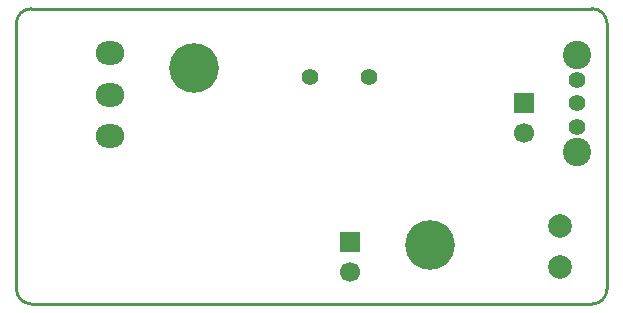
<source format=gbs>
%FSAX42Y42*%
%MOMM*%
G71*
G01*
G75*
G04 Layer_Color=16711935*
%ADD10R,1.50X1.30*%
%ADD11O,0.60X2.20*%
%ADD12R,1.30X1.50*%
%ADD13R,1.40X1.00*%
%ADD14R,1.02X1.90*%
%ADD15C,0.20*%
%ADD16C,1.00*%
%ADD17C,0.40*%
%ADD18C,0.25*%
%ADD19O,2.20X1.80*%
%ADD20C,1.20*%
%ADD21C,1.50*%
%ADD22R,1.50X1.50*%
%ADD23C,5.50*%
%ADD24C,2.20*%
%ADD25C,1.80*%
%ADD26C,0.80*%
%ADD27C,1.90*%
%ADD28C,4.00*%
%ADD29C,0.60*%
%ADD30C,0.25*%
%ADD31C,0.50*%
%ADD32C,0.20*%
%ADD33C,0.10*%
%ADD34R,1.70X1.50*%
%ADD35O,0.80X2.40*%
%ADD36R,1.50X1.70*%
%ADD37R,1.60X1.20*%
%ADD38O,2.40X2.00*%
%ADD39C,1.40*%
%ADD40C,1.70*%
%ADD41R,1.70X1.70*%
%ADD42C,5.70*%
%ADD43C,2.40*%
%ADD44C,2.00*%
%ADD45C,4.20*%
D18*
X005062Y010062D02*
G03*
X004938Y009938I000000J-000125D01*
G01*
X004938Y007688D02*
G03*
X005062Y007562I000125J000000D01*
G01*
X009812Y007562D02*
G03*
X009938Y007688I000000J000125D01*
G01*
X009938Y009938D02*
G03*
X009812Y010062I-000125J000000D01*
G01*
X005062D02*
X009812D01*
X004938Y007688D02*
Y009938D01*
X005062Y007562D02*
X009812D01*
X009938Y007688D02*
Y009938D01*
D38*
X005730Y009335D02*
D03*
Y008985D02*
D03*
X005730Y009685D02*
D03*
D39*
X007925Y009488D02*
D03*
X007425D02*
D03*
X009688Y009462D02*
D03*
Y009262D02*
D03*
Y009062D02*
D03*
D40*
X007762Y007833D02*
D03*
X009238Y009008D02*
D03*
D41*
X007762Y008088D02*
D03*
X009238Y009262D02*
D03*
D43*
X009688Y009672D02*
D03*
Y008853D02*
D03*
D44*
X009538Y008225D02*
D03*
Y007875D02*
D03*
D45*
X006438Y009562D02*
D03*
X008438Y008062D02*
D03*
M02*

</source>
